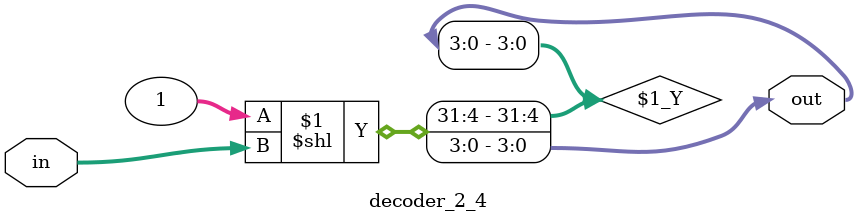
<source format=v>



// module decoder_2_4(
//   input [1:0]in,
//   output[3:0]out
// );
  
//   assign out[0]= ~in[0] & ~in[1] ;
//   assign out[1]= ~in[0] &  in[1] ;
//   assign out[2]=  in[0] & ~in[1] ;
//   assign out[3]=  in[0] &  in[1] ;


// endmodule


// dataflow modeling #2

// in	   Decimal	   1 << in		  out
// 00	     0		   0001			4'b0001
// 01        1		   0010			4'b0010
// 10	     2		   0100			4'b0100
// 11	     3		   1000			4'b1000


module decoder_2_4(
  input [1:0]in,
  output[3:0]out
);
 
  assign out=  1<<in;   //shifting 1 position left from 0001 based on input ;if input is 1 , shifing 1 postion from 0001;if input is 2,shifting 2 postion from 								0001;like that;


endmodule




</source>
